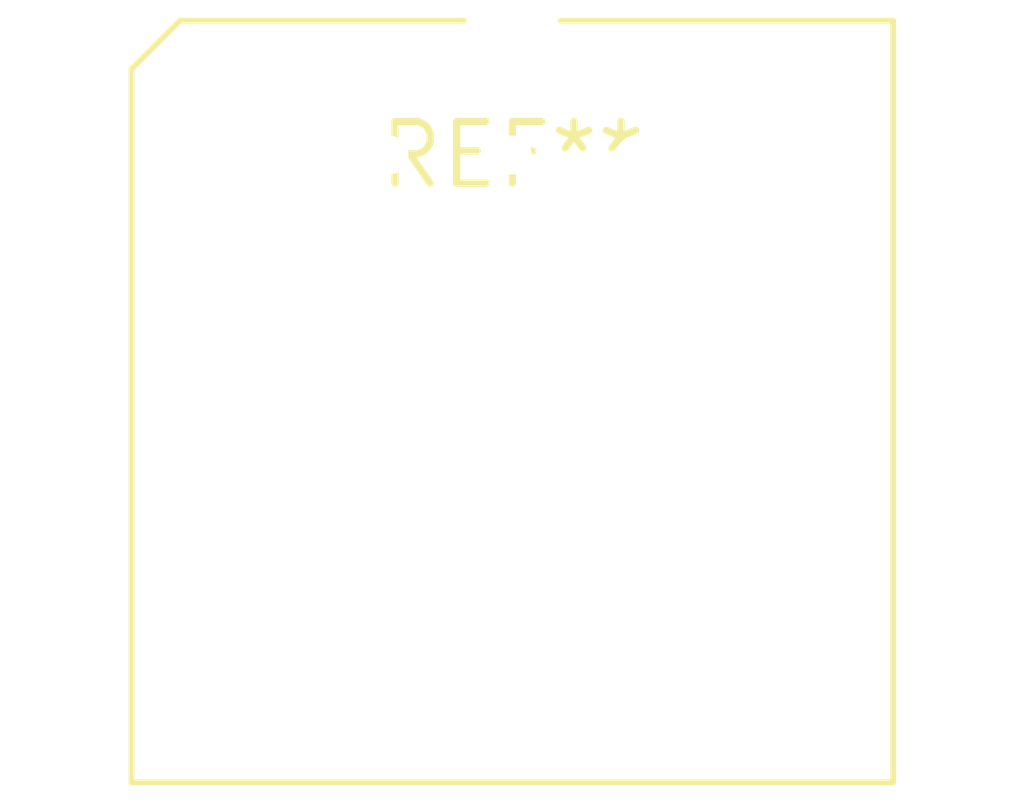
<source format=kicad_pcb>
(kicad_pcb (version 20240108) (generator pcbnew)
  (layers (0 "F.Cu" signal) (31 "B.Cu" signal) (34 "B.Paste" user) (35 "F.Paste" user) (36 "B.SilkS" user "B.Silkscreen") (37 "F.SilkS" user "F.Silkscreen") (38 "B.Mask" user) (39 "F.Mask" user) (44 "Edge.Cuts" user))
  (net 0 "")
  (footprint "PLCC-20_THT-Socket" (layer "F.Cu") (at 0 0)
    (property "Reference" "REF**")
    (property "Value" "PLCC-20_THT-Socket")
    (fp_line (start -7.85 -1.77) (end -7.85 12.93) (layer "F.SilkS") (stroke (width 0.12)))
    (fp_line (start -7.85 12.93) (end 7.85 12.93) (layer "F.SilkS") (stroke (width 0.12)))
    (fp_line (start -6.85 -2.77) (end -7.85 -1.77) (layer "F.SilkS") (stroke (width 0.12)))
    (fp_line (start -1 -2.77) (end -6.85 -2.77) (layer "F.SilkS") (stroke (width 0.12)))
    (fp_line (start 7.85 -2.77) (end 1 -2.77) (layer "F.SilkS") (stroke (width 0.12)))
    (fp_line (start 7.85 12.93) (end 7.85 -2.77) (layer "F.SilkS") (stroke (width 0.12)))
    (pad "1" thru_hole rect (at 0 0) (size 1.4224 1.4224) (drill 0.8) (layers *.Cu *.Mask) (remove_unused_layers))
    (pad "2" thru_hole circle (at 0 2.54) (size 1.4224 1.4224) (drill 0.8) (layers *.Cu *.Mask) (remove_unused_layers))
    (pad "3" thru_hole circle (at -2.54 0) (size 1.4224 1.4224) (drill 0.8) (layers *.Cu *.Mask) (remove_unused_layers))
    (pad "4" thru_hole circle (at -5.08 2.54) (size 1.4224 1.4224) (drill 0.8) (layers *.Cu *.Mask) (remove_unused_layers))
    (pad "5" thru_hole circle (at -2.54 2.54) (size 1.4224 1.4224) (drill 0.8) (layers *.Cu *.Mask) (remove_unused_layers))
    (pad "6" thru_hole circle (at -5.08 5.08) (size 1.4224 1.4224) (drill 0.8) (layers *.Cu *.Mask) (remove_unused_layers))
    (pad "7" thru_hole circle (at -2.54 5.08) (size 1.4224 1.4224) (drill 0.8) (layers *.Cu *.Mask) (remove_unused_layers))
    (pad "8" thru_hole circle (at -5.08 7.62) (size 1.4224 1.4224) (drill 0.8) (layers *.Cu *.Mask) (remove_unused_layers))
    (pad "9" thru_hole circle (at -2.54 10.16) (size 1.4224 1.4224) (drill 0.8) (layers *.Cu *.Mask) (remove_unused_layers))
    (pad "10" thru_hole circle (at -2.54 7.62) (size 1.4224 1.4224) (drill 0.8) (layers *.Cu *.Mask) (remove_unused_layers))
    (pad "11" thru_hole circle (at 0 10.16) (size 1.4224 1.4224) (drill 0.8) (layers *.Cu *.Mask) (remove_unused_layers))
    (pad "12" thru_hole circle (at 0 7.62) (size 1.4224 1.4224) (drill 0.8) (layers *.Cu *.Mask) (remove_unused_layers))
    (pad "13" thru_hole circle (at 2.54 10.16) (size 1.4224 1.4224) (drill 0.8) (layers *.Cu *.Mask) (remove_unused_layers))
    (pad "14" thru_hole circle (at 5.08 7.62) (size 1.4224 1.4224) (drill 0.8) (layers *.Cu *.Mask) (remove_unused_layers))
    (pad "15" thru_hole circle (at 2.54 7.62) (size 1.4224 1.4224) (drill 0.8) (layers *.Cu *.Mask) (remove_unused_layers))
    (pad "16" thru_hole circle (at 5.08 5.08) (size 1.4224 1.4224) (drill 0.8) (layers *.Cu *.Mask) (remove_unused_layers))
    (pad "17" thru_hole circle (at 2.54 5.08) (size 1.4224 1.4224) (drill 0.8) (layers *.Cu *.Mask) (remove_unused_layers))
    (pad "18" thru_hole circle (at 5.08 2.54) (size 1.4224 1.4224) (drill 0.8) (layers *.Cu *.Mask) (remove_unused_layers))
    (pad "19" thru_hole circle (at 2.54 0) (size 1.4224 1.4224) (drill 0.8) (layers *.Cu *.Mask) (remove_unused_layers))
    (pad "20" thru_hole circle (at 2.54 2.54) (size 1.4224 1.4224) (drill 0.8) (layers *.Cu *.Mask) (remove_unused_layers))
  )
)
</source>
